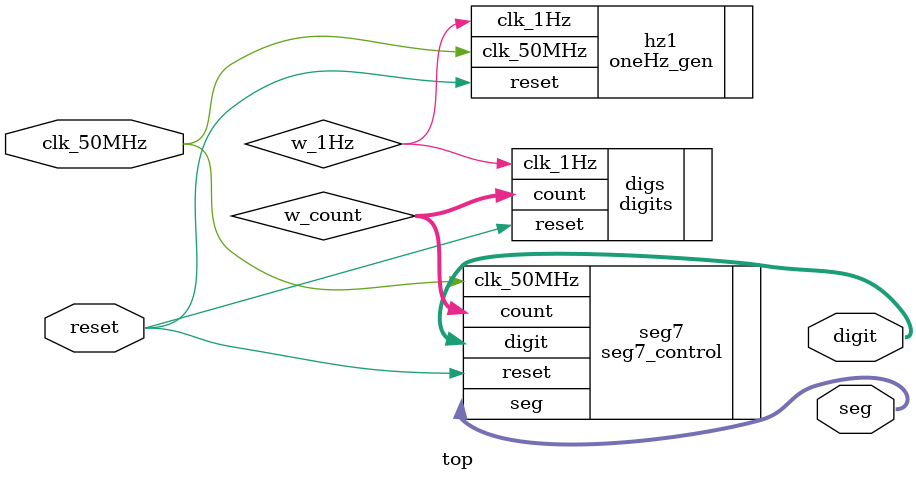
<source format=v>
`timescale 1ns / 1ps


module top(
    input clk_50MHz,       // from Basys 3
    input reset,            // btnC
    output [7:0] seg,       // 7 segment display segment pattern
    output [3:0] digit      // 7 segment display anodes
    );
    
    // Internal wires for connecting inner modules
    wire w_1Hz;
    wire [7:0] w_count;
	  // Instantiate inner design modules
    oneHz_gen hz1(.clk_50MHz(clk_50MHz), .reset(reset), .clk_1Hz(w_1Hz));
    
    digits digs(.clk_1Hz(w_1Hz), .reset(reset), .count(w_count));
    
    seg7_control seg7(.clk_50MHz(clk_50MHz), .reset(reset), .count(w_count), .seg(seg), .digit(digit));
  
endmodule

</source>
